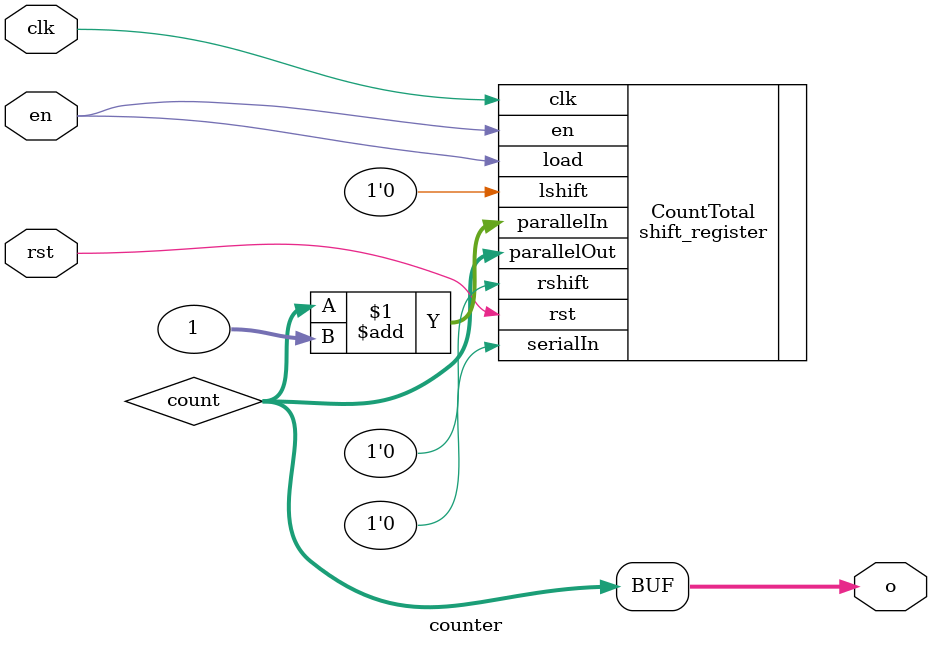
<source format=sv>
module counter #(
  parameter max = 7
)(
  input clk,
  input rst,
  input en,
  output [2 : 0] o
);
  
  wire [2 : 0] count;
  
  shift_register #(.w(3)) CountTotal(.clk(clk), .rst(rst), .parallelIn(count + 1), .serialIn(1'b0), .en(en), .rshift(1'b0), .lshift(1'b0), .load(en), .parallelOut(count));
  
  assign o = count;
  
endmodule
</source>
